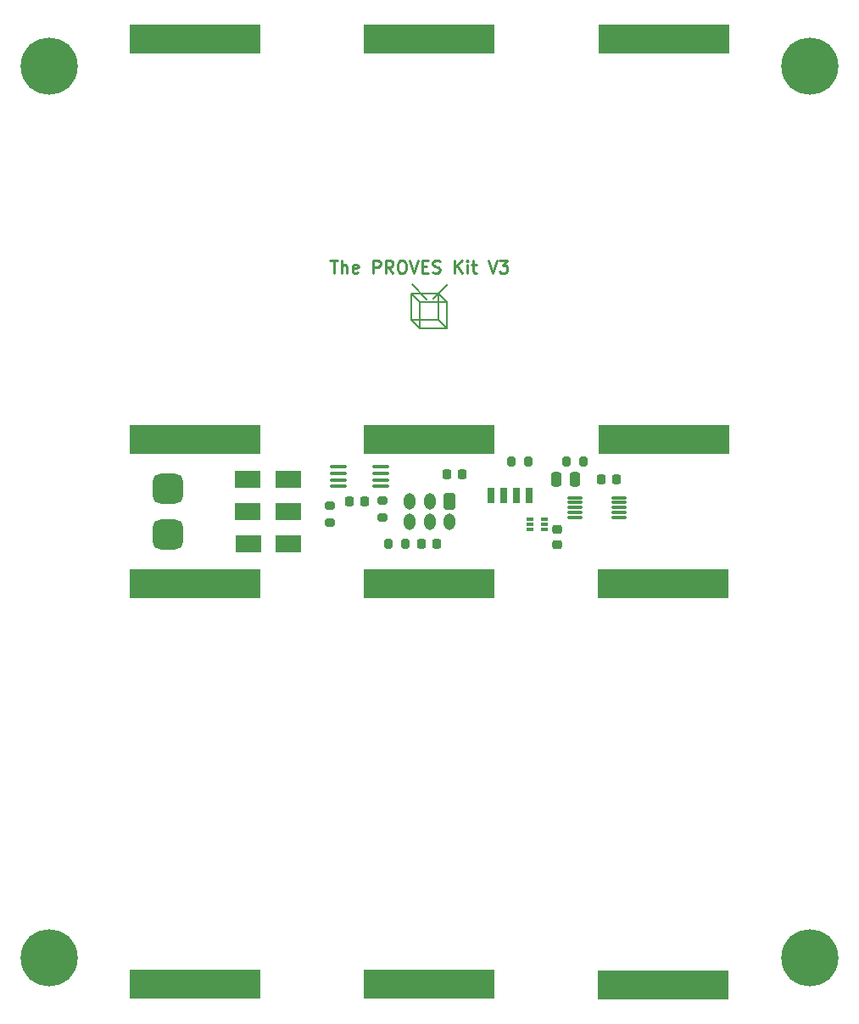
<source format=gbr>
%TF.GenerationSoftware,KiCad,Pcbnew,9.0.0*%
%TF.CreationDate,2025-09-01T12:08:49-07:00*%
%TF.ProjectId,XY_Faces_V3,58595f46-6163-4657-935f-56332e6b6963,3.0*%
%TF.SameCoordinates,Original*%
%TF.FileFunction,Soldermask,Top*%
%TF.FilePolarity,Negative*%
%FSLAX46Y46*%
G04 Gerber Fmt 4.6, Leading zero omitted, Abs format (unit mm)*
G04 Created by KiCad (PCBNEW 9.0.0) date 2025-09-01 12:08:49*
%MOMM*%
%LPD*%
G01*
G04 APERTURE LIST*
G04 Aperture macros list*
%AMRoundRect*
0 Rectangle with rounded corners*
0 $1 Rounding radius*
0 $2 $3 $4 $5 $6 $7 $8 $9 X,Y pos of 4 corners*
0 Add a 4 corners polygon primitive as box body*
4,1,4,$2,$3,$4,$5,$6,$7,$8,$9,$2,$3,0*
0 Add four circle primitives for the rounded corners*
1,1,$1+$1,$2,$3*
1,1,$1+$1,$4,$5*
1,1,$1+$1,$6,$7*
1,1,$1+$1,$8,$9*
0 Add four rect primitives between the rounded corners*
20,1,$1+$1,$2,$3,$4,$5,0*
20,1,$1+$1,$4,$5,$6,$7,0*
20,1,$1+$1,$6,$7,$8,$9,0*
20,1,$1+$1,$8,$9,$2,$3,0*%
G04 Aperture macros list end*
%ADD10C,0.200000*%
%ADD11C,0.250000*%
%ADD12RoundRect,0.087500X-0.250000X-0.087500X0.250000X-0.087500X0.250000X0.087500X-0.250000X0.087500X0*%
%ADD13C,5.700000*%
%ADD14R,13.000000X3.000000*%
%ADD15RoundRect,0.750000X0.750000X-0.750000X0.750000X0.750000X-0.750000X0.750000X-0.750000X-0.750000X0*%
%ADD16R,2.500000X1.700000*%
%ADD17O,1.690000X0.360000*%
%ADD18RoundRect,0.225000X-0.225000X-0.250000X0.225000X-0.250000X0.225000X0.250000X-0.225000X0.250000X0*%
%ADD19RoundRect,0.200000X0.275000X-0.200000X0.275000X0.200000X-0.275000X0.200000X-0.275000X-0.200000X0*%
%ADD20RoundRect,0.225000X0.225000X0.250000X-0.225000X0.250000X-0.225000X-0.250000X0.225000X-0.250000X0*%
%ADD21RoundRect,0.225000X-0.250000X0.225000X-0.250000X-0.225000X0.250000X-0.225000X0.250000X0.225000X0*%
%ADD22RoundRect,0.250000X0.250000X0.475000X-0.250000X0.475000X-0.250000X-0.475000X0.250000X-0.475000X0*%
%ADD23RoundRect,0.200000X-0.275000X0.200000X-0.275000X-0.200000X0.275000X-0.200000X0.275000X0.200000X0*%
%ADD24R,0.700000X1.600000*%
%ADD25RoundRect,0.200000X-0.200000X-0.275000X0.200000X-0.275000X0.200000X0.275000X-0.200000X0.275000X0*%
%ADD26RoundRect,0.218750X0.218750X0.256250X-0.218750X0.256250X-0.218750X-0.256250X0.218750X-0.256250X0*%
%ADD27RoundRect,0.075000X-0.650000X-0.075000X0.650000X-0.075000X0.650000X0.075000X-0.650000X0.075000X0*%
%ADD28RoundRect,0.250000X0.350000X0.575000X-0.350000X0.575000X-0.350000X-0.575000X0.350000X-0.575000X0*%
%ADD29O,1.200000X1.650000*%
G04 APERTURE END LIST*
D10*
X144880000Y-93520000D02*
X146350000Y-92050000D01*
X142700000Y-92950000D02*
X143550000Y-93800000D01*
X144200000Y-93540000D02*
X142720000Y-92060000D01*
X143550000Y-96500000D02*
X146250000Y-96500000D01*
X146250000Y-96500000D02*
X146250000Y-93800000D01*
X142700000Y-95650000D02*
X145400000Y-95650000D01*
X146250000Y-93800000D02*
X143550000Y-93800000D01*
X145400000Y-92950000D02*
X146250000Y-93800000D01*
X142700000Y-95650000D02*
X142700000Y-92950000D01*
X143550000Y-93800000D02*
X143550000Y-96500000D01*
X143550000Y-96500000D02*
X142700000Y-95650000D01*
X145400000Y-95650000D02*
X145400000Y-92950000D01*
X145400000Y-95650000D02*
X146250000Y-96500000D01*
X145400000Y-92950000D02*
X142700000Y-92950000D01*
D11*
X134583520Y-89684023D02*
X135297806Y-89684023D01*
X134940663Y-90934023D02*
X134940663Y-89684023D01*
X135714473Y-90934023D02*
X135714473Y-89684023D01*
X136250187Y-90934023D02*
X136250187Y-90279261D01*
X136250187Y-90279261D02*
X136190663Y-90160214D01*
X136190663Y-90160214D02*
X136071615Y-90100690D01*
X136071615Y-90100690D02*
X135893044Y-90100690D01*
X135893044Y-90100690D02*
X135773996Y-90160214D01*
X135773996Y-90160214D02*
X135714473Y-90219738D01*
X137321615Y-90874500D02*
X137202567Y-90934023D01*
X137202567Y-90934023D02*
X136964472Y-90934023D01*
X136964472Y-90934023D02*
X136845425Y-90874500D01*
X136845425Y-90874500D02*
X136785901Y-90755452D01*
X136785901Y-90755452D02*
X136785901Y-90279261D01*
X136785901Y-90279261D02*
X136845425Y-90160214D01*
X136845425Y-90160214D02*
X136964472Y-90100690D01*
X136964472Y-90100690D02*
X137202567Y-90100690D01*
X137202567Y-90100690D02*
X137321615Y-90160214D01*
X137321615Y-90160214D02*
X137381139Y-90279261D01*
X137381139Y-90279261D02*
X137381139Y-90398309D01*
X137381139Y-90398309D02*
X136785901Y-90517357D01*
X138869235Y-90934023D02*
X138869235Y-89684023D01*
X138869235Y-89684023D02*
X139345425Y-89684023D01*
X139345425Y-89684023D02*
X139464473Y-89743547D01*
X139464473Y-89743547D02*
X139523996Y-89803071D01*
X139523996Y-89803071D02*
X139583520Y-89922119D01*
X139583520Y-89922119D02*
X139583520Y-90100690D01*
X139583520Y-90100690D02*
X139523996Y-90219738D01*
X139523996Y-90219738D02*
X139464473Y-90279261D01*
X139464473Y-90279261D02*
X139345425Y-90338785D01*
X139345425Y-90338785D02*
X138869235Y-90338785D01*
X140833520Y-90934023D02*
X140416854Y-90338785D01*
X140119235Y-90934023D02*
X140119235Y-89684023D01*
X140119235Y-89684023D02*
X140595425Y-89684023D01*
X140595425Y-89684023D02*
X140714473Y-89743547D01*
X140714473Y-89743547D02*
X140773996Y-89803071D01*
X140773996Y-89803071D02*
X140833520Y-89922119D01*
X140833520Y-89922119D02*
X140833520Y-90100690D01*
X140833520Y-90100690D02*
X140773996Y-90219738D01*
X140773996Y-90219738D02*
X140714473Y-90279261D01*
X140714473Y-90279261D02*
X140595425Y-90338785D01*
X140595425Y-90338785D02*
X140119235Y-90338785D01*
X141607330Y-89684023D02*
X141845425Y-89684023D01*
X141845425Y-89684023D02*
X141964473Y-89743547D01*
X141964473Y-89743547D02*
X142083520Y-89862595D01*
X142083520Y-89862595D02*
X142143044Y-90100690D01*
X142143044Y-90100690D02*
X142143044Y-90517357D01*
X142143044Y-90517357D02*
X142083520Y-90755452D01*
X142083520Y-90755452D02*
X141964473Y-90874500D01*
X141964473Y-90874500D02*
X141845425Y-90934023D01*
X141845425Y-90934023D02*
X141607330Y-90934023D01*
X141607330Y-90934023D02*
X141488282Y-90874500D01*
X141488282Y-90874500D02*
X141369235Y-90755452D01*
X141369235Y-90755452D02*
X141309711Y-90517357D01*
X141309711Y-90517357D02*
X141309711Y-90100690D01*
X141309711Y-90100690D02*
X141369235Y-89862595D01*
X141369235Y-89862595D02*
X141488282Y-89743547D01*
X141488282Y-89743547D02*
X141607330Y-89684023D01*
X142500187Y-89684023D02*
X142916854Y-90934023D01*
X142916854Y-90934023D02*
X143333520Y-89684023D01*
X143750188Y-90279261D02*
X144166854Y-90279261D01*
X144345426Y-90934023D02*
X143750188Y-90934023D01*
X143750188Y-90934023D02*
X143750188Y-89684023D01*
X143750188Y-89684023D02*
X144345426Y-89684023D01*
X144821616Y-90874500D02*
X145000187Y-90934023D01*
X145000187Y-90934023D02*
X145297806Y-90934023D01*
X145297806Y-90934023D02*
X145416854Y-90874500D01*
X145416854Y-90874500D02*
X145476378Y-90814976D01*
X145476378Y-90814976D02*
X145535901Y-90695928D01*
X145535901Y-90695928D02*
X145535901Y-90576880D01*
X145535901Y-90576880D02*
X145476378Y-90457833D01*
X145476378Y-90457833D02*
X145416854Y-90398309D01*
X145416854Y-90398309D02*
X145297806Y-90338785D01*
X145297806Y-90338785D02*
X145059711Y-90279261D01*
X145059711Y-90279261D02*
X144940663Y-90219738D01*
X144940663Y-90219738D02*
X144881140Y-90160214D01*
X144881140Y-90160214D02*
X144821616Y-90041166D01*
X144821616Y-90041166D02*
X144821616Y-89922119D01*
X144821616Y-89922119D02*
X144881140Y-89803071D01*
X144881140Y-89803071D02*
X144940663Y-89743547D01*
X144940663Y-89743547D02*
X145059711Y-89684023D01*
X145059711Y-89684023D02*
X145357330Y-89684023D01*
X145357330Y-89684023D02*
X145535901Y-89743547D01*
X147023997Y-90934023D02*
X147023997Y-89684023D01*
X147738282Y-90934023D02*
X147202568Y-90219738D01*
X147738282Y-89684023D02*
X147023997Y-90398309D01*
X148273997Y-90934023D02*
X148273997Y-90100690D01*
X148273997Y-89684023D02*
X148214473Y-89743547D01*
X148214473Y-89743547D02*
X148273997Y-89803071D01*
X148273997Y-89803071D02*
X148333520Y-89743547D01*
X148333520Y-89743547D02*
X148273997Y-89684023D01*
X148273997Y-89684023D02*
X148273997Y-89803071D01*
X148690663Y-90100690D02*
X149166854Y-90100690D01*
X148869235Y-89684023D02*
X148869235Y-90755452D01*
X148869235Y-90755452D02*
X148928758Y-90874500D01*
X148928758Y-90874500D02*
X149047806Y-90934023D01*
X149047806Y-90934023D02*
X149166854Y-90934023D01*
X150357330Y-89684023D02*
X150773997Y-90934023D01*
X150773997Y-90934023D02*
X151190663Y-89684023D01*
X151488283Y-89684023D02*
X152262092Y-89684023D01*
X152262092Y-89684023D02*
X151845426Y-90160214D01*
X151845426Y-90160214D02*
X152023997Y-90160214D01*
X152023997Y-90160214D02*
X152143045Y-90219738D01*
X152143045Y-90219738D02*
X152202569Y-90279261D01*
X152202569Y-90279261D02*
X152262092Y-90398309D01*
X152262092Y-90398309D02*
X152262092Y-90695928D01*
X152262092Y-90695928D02*
X152202569Y-90814976D01*
X152202569Y-90814976D02*
X152143045Y-90874500D01*
X152143045Y-90874500D02*
X152023997Y-90934023D01*
X152023997Y-90934023D02*
X151666854Y-90934023D01*
X151666854Y-90934023D02*
X151547807Y-90874500D01*
X151547807Y-90874500D02*
X151488283Y-90814976D01*
D12*
%TO.C,U2*%
X154537500Y-115500000D03*
X154537500Y-116000000D03*
X154537500Y-116500000D03*
X155962500Y-116500000D03*
X155962500Y-116000000D03*
X155962500Y-115500000D03*
%TD*%
D13*
%TO.C,J2*%
X106500000Y-70300000D03*
%TD*%
%TO.C,J3*%
X106500000Y-159300000D03*
%TD*%
%TO.C,J4*%
X182500000Y-70300000D03*
%TD*%
%TO.C,J5*%
X182500000Y-159300000D03*
%TD*%
D14*
%TO.C,SC5*%
X167860000Y-67570000D03*
X167860000Y-107570000D03*
%TD*%
D15*
%TO.C,TP1*%
X118370000Y-112450000D03*
%TD*%
D16*
%TO.C,D3*%
X126400000Y-118000000D03*
X130400000Y-118000000D03*
%TD*%
D17*
%TO.C,U4*%
X135350000Y-110270000D03*
X135350000Y-110930000D03*
X135350000Y-111580000D03*
X135350000Y-112230000D03*
X139650000Y-112230000D03*
X139650000Y-111580000D03*
X139650000Y-110930000D03*
X139650000Y-110270000D03*
%TD*%
D18*
%TO.C,C6*%
X136475000Y-113750000D03*
X138025000Y-113750000D03*
%TD*%
D15*
%TO.C,TP2*%
X118360000Y-117050000D03*
%TD*%
D16*
%TO.C,D1*%
X126360000Y-111540000D03*
X130360000Y-111540000D03*
%TD*%
D14*
%TO.C,SC3*%
X144490000Y-67570000D03*
X144490000Y-107570000D03*
%TD*%
D19*
%TO.C,R2*%
X134500000Y-115825000D03*
X134500000Y-114175000D03*
%TD*%
D14*
%TO.C,SC4*%
X144450000Y-121940000D03*
X144450000Y-161940000D03*
%TD*%
%TO.C,SC2*%
X121120000Y-121920000D03*
X121120000Y-161920000D03*
%TD*%
D20*
%TO.C,C4*%
X147775000Y-111000000D03*
X146225000Y-111000000D03*
%TD*%
D16*
%TO.C,D2*%
X126360000Y-114750000D03*
X130360000Y-114750000D03*
%TD*%
D14*
%TO.C,SC6*%
X167850000Y-121950000D03*
X167850000Y-161950000D03*
%TD*%
D21*
%TO.C,C2*%
X157250000Y-116500000D03*
X157250000Y-118050000D03*
%TD*%
D22*
%TO.C,C5*%
X159050000Y-111500000D03*
X157150000Y-111500000D03*
%TD*%
D23*
%TO.C,R4*%
X139750000Y-113675000D03*
X139750000Y-115325000D03*
%TD*%
D24*
%TO.C,U1*%
X150595000Y-113150001D03*
X151865000Y-113150000D03*
X153135000Y-113150000D03*
X154405000Y-113150001D03*
%TD*%
D25*
%TO.C,R6*%
X152675000Y-109750000D03*
X154325000Y-109750000D03*
%TD*%
%TO.C,R5*%
X158175000Y-109750000D03*
X159825000Y-109750000D03*
%TD*%
D20*
%TO.C,C3*%
X163175000Y-111500000D03*
X161625000Y-111500000D03*
%TD*%
D26*
%TO.C,D4*%
X145250000Y-118000000D03*
X143674998Y-118000000D03*
%TD*%
D14*
%TO.C,SC1*%
X121090000Y-67570000D03*
X121090000Y-107570000D03*
%TD*%
D25*
%TO.C,R1*%
X140425000Y-118000000D03*
X142075000Y-118000000D03*
%TD*%
D27*
%TO.C,U3*%
X158980000Y-113350000D03*
X158980000Y-113850000D03*
X158980000Y-114350000D03*
X158980000Y-114850000D03*
X158980000Y-115350000D03*
X163380000Y-115350000D03*
X163380000Y-114850000D03*
X163380000Y-114350000D03*
X163380000Y-113850000D03*
X163380000Y-113350000D03*
%TD*%
D28*
%TO.C,CN1*%
X146500001Y-113750001D03*
D29*
X146500001Y-115750002D03*
X144500000Y-113750001D03*
X144500001Y-115750001D03*
X142500001Y-113750001D03*
X142500000Y-115750001D03*
%TD*%
M02*

</source>
